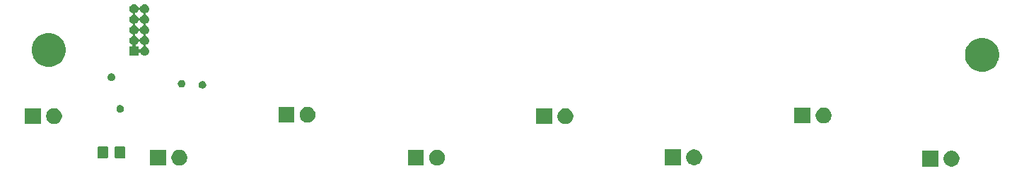
<source format=gbr>
G04 #@! TF.GenerationSoftware,KiCad,Pcbnew,(5.1.2)-2*
G04 #@! TF.CreationDate,2021-01-17T20:54:38+05:30*
G04 #@! TF.ProjectId,VendSensor,56656e64-5365-46e7-936f-722e6b696361,rev?*
G04 #@! TF.SameCoordinates,Original*
G04 #@! TF.FileFunction,Soldermask,Top*
G04 #@! TF.FilePolarity,Negative*
%FSLAX46Y46*%
G04 Gerber Fmt 4.6, Leading zero omitted, Abs format (unit mm)*
G04 Created by KiCad (PCBNEW (5.1.2)-2) date 2021-01-17 20:54:38*
%MOMM*%
%LPD*%
G04 APERTURE LIST*
%ADD10C,0.100000*%
G04 APERTURE END LIST*
D10*
G36*
X160361000Y-57051000D02*
G01*
X158459000Y-57051000D01*
X158459000Y-55149000D01*
X160361000Y-55149000D01*
X160361000Y-57051000D01*
X160361000Y-57051000D01*
G37*
G36*
X162227395Y-55185546D02*
G01*
X162400466Y-55257234D01*
X162400467Y-55257235D01*
X162556227Y-55361310D01*
X162688690Y-55493773D01*
X162741081Y-55572182D01*
X162792766Y-55649534D01*
X162864454Y-55822605D01*
X162901000Y-56006333D01*
X162901000Y-56193667D01*
X162864454Y-56377395D01*
X162792766Y-56550466D01*
X162768871Y-56586227D01*
X162688690Y-56706227D01*
X162556227Y-56838690D01*
X162532636Y-56854453D01*
X162400466Y-56942766D01*
X162227395Y-57014454D01*
X162043667Y-57051000D01*
X161856333Y-57051000D01*
X161672605Y-57014454D01*
X161499534Y-56942766D01*
X161367364Y-56854453D01*
X161343773Y-56838690D01*
X161211310Y-56706227D01*
X161131129Y-56586227D01*
X161107234Y-56550466D01*
X161035546Y-56377395D01*
X160999000Y-56193667D01*
X160999000Y-56006333D01*
X161035546Y-55822605D01*
X161107234Y-55649534D01*
X161158919Y-55572182D01*
X161211310Y-55493773D01*
X161343773Y-55361310D01*
X161499533Y-55257235D01*
X161499534Y-55257234D01*
X161672605Y-55185546D01*
X161856333Y-55149000D01*
X162043667Y-55149000D01*
X162227395Y-55185546D01*
X162227395Y-55185546D01*
G37*
G36*
X98771000Y-56931000D02*
G01*
X96869000Y-56931000D01*
X96869000Y-55029000D01*
X98771000Y-55029000D01*
X98771000Y-56931000D01*
X98771000Y-56931000D01*
G37*
G36*
X100637395Y-55065546D02*
G01*
X100810466Y-55137234D01*
X100810467Y-55137235D01*
X100966227Y-55241310D01*
X101098690Y-55373773D01*
X101098691Y-55373775D01*
X101202766Y-55529534D01*
X101274454Y-55702605D01*
X101311000Y-55886333D01*
X101311000Y-56073667D01*
X101274454Y-56257395D01*
X101202766Y-56430466D01*
X101202765Y-56430467D01*
X101098690Y-56586227D01*
X100966227Y-56718690D01*
X100887818Y-56771081D01*
X100810466Y-56822766D01*
X100637395Y-56894454D01*
X100453667Y-56931000D01*
X100266333Y-56931000D01*
X100082605Y-56894454D01*
X99909534Y-56822766D01*
X99832182Y-56771081D01*
X99753773Y-56718690D01*
X99621310Y-56586227D01*
X99517235Y-56430467D01*
X99517234Y-56430466D01*
X99445546Y-56257395D01*
X99409000Y-56073667D01*
X99409000Y-55886333D01*
X99445546Y-55702605D01*
X99517234Y-55529534D01*
X99621309Y-55373775D01*
X99621310Y-55373773D01*
X99753773Y-55241310D01*
X99909533Y-55137235D01*
X99909534Y-55137234D01*
X100082605Y-55065546D01*
X100266333Y-55029000D01*
X100453667Y-55029000D01*
X100637395Y-55065546D01*
X100637395Y-55065546D01*
G37*
G36*
X69787395Y-55055546D02*
G01*
X69960466Y-55127234D01*
X69993041Y-55149000D01*
X70116227Y-55231310D01*
X70248690Y-55363773D01*
X70255373Y-55373775D01*
X70352766Y-55519534D01*
X70424454Y-55692605D01*
X70461000Y-55876333D01*
X70461000Y-56063667D01*
X70424454Y-56247395D01*
X70352766Y-56420466D01*
X70301081Y-56497818D01*
X70248690Y-56576227D01*
X70116227Y-56708690D01*
X70101259Y-56718691D01*
X69960466Y-56812766D01*
X69787395Y-56884454D01*
X69603667Y-56921000D01*
X69416333Y-56921000D01*
X69232605Y-56884454D01*
X69059534Y-56812766D01*
X68918741Y-56718691D01*
X68903773Y-56708690D01*
X68771310Y-56576227D01*
X68718919Y-56497818D01*
X68667234Y-56420466D01*
X68595546Y-56247395D01*
X68559000Y-56063667D01*
X68559000Y-55876333D01*
X68595546Y-55692605D01*
X68667234Y-55519534D01*
X68764627Y-55373775D01*
X68771310Y-55363773D01*
X68903773Y-55231310D01*
X69026959Y-55149000D01*
X69059534Y-55127234D01*
X69232605Y-55055546D01*
X69416333Y-55019000D01*
X69603667Y-55019000D01*
X69787395Y-55055546D01*
X69787395Y-55055546D01*
G37*
G36*
X67921000Y-56921000D02*
G01*
X66019000Y-56921000D01*
X66019000Y-55019000D01*
X67921000Y-55019000D01*
X67921000Y-56921000D01*
X67921000Y-56921000D01*
G37*
G36*
X129541000Y-56891000D02*
G01*
X127639000Y-56891000D01*
X127639000Y-54989000D01*
X129541000Y-54989000D01*
X129541000Y-56891000D01*
X129541000Y-56891000D01*
G37*
G36*
X131407395Y-55025546D02*
G01*
X131580466Y-55097234D01*
X131640330Y-55137234D01*
X131736227Y-55201310D01*
X131868690Y-55333773D01*
X131895417Y-55373773D01*
X131972766Y-55489534D01*
X132044454Y-55662605D01*
X132081000Y-55846333D01*
X132081000Y-56033667D01*
X132044454Y-56217395D01*
X131972766Y-56390466D01*
X131952720Y-56420467D01*
X131868690Y-56546227D01*
X131736227Y-56678690D01*
X131691327Y-56708691D01*
X131580466Y-56782766D01*
X131407395Y-56854454D01*
X131223667Y-56891000D01*
X131036333Y-56891000D01*
X130852605Y-56854454D01*
X130679534Y-56782766D01*
X130568673Y-56708691D01*
X130523773Y-56678690D01*
X130391310Y-56546227D01*
X130307280Y-56420467D01*
X130287234Y-56390466D01*
X130215546Y-56217395D01*
X130179000Y-56033667D01*
X130179000Y-55846333D01*
X130215546Y-55662605D01*
X130287234Y-55489534D01*
X130364583Y-55373773D01*
X130391310Y-55333773D01*
X130523773Y-55201310D01*
X130619670Y-55137234D01*
X130679534Y-55097234D01*
X130852605Y-55025546D01*
X131036333Y-54989000D01*
X131223667Y-54989000D01*
X131407395Y-55025546D01*
X131407395Y-55025546D01*
G37*
G36*
X60808674Y-54603465D02*
G01*
X60846367Y-54614899D01*
X60881103Y-54633466D01*
X60911548Y-54658452D01*
X60936534Y-54688897D01*
X60955101Y-54723633D01*
X60966535Y-54761326D01*
X60971000Y-54806661D01*
X60971000Y-55893339D01*
X60966535Y-55938674D01*
X60955101Y-55976367D01*
X60936534Y-56011103D01*
X60911548Y-56041548D01*
X60881103Y-56066534D01*
X60846367Y-56085101D01*
X60808674Y-56096535D01*
X60763339Y-56101000D01*
X59926661Y-56101000D01*
X59881326Y-56096535D01*
X59843633Y-56085101D01*
X59808897Y-56066534D01*
X59778452Y-56041548D01*
X59753466Y-56011103D01*
X59734899Y-55976367D01*
X59723465Y-55938674D01*
X59719000Y-55893339D01*
X59719000Y-54806661D01*
X59723465Y-54761326D01*
X59734899Y-54723633D01*
X59753466Y-54688897D01*
X59778452Y-54658452D01*
X59808897Y-54633466D01*
X59843633Y-54614899D01*
X59881326Y-54603465D01*
X59926661Y-54599000D01*
X60763339Y-54599000D01*
X60808674Y-54603465D01*
X60808674Y-54603465D01*
G37*
G36*
X62858674Y-54603465D02*
G01*
X62896367Y-54614899D01*
X62931103Y-54633466D01*
X62961548Y-54658452D01*
X62986534Y-54688897D01*
X63005101Y-54723633D01*
X63016535Y-54761326D01*
X63021000Y-54806661D01*
X63021000Y-55893339D01*
X63016535Y-55938674D01*
X63005101Y-55976367D01*
X62986534Y-56011103D01*
X62961548Y-56041548D01*
X62931103Y-56066534D01*
X62896367Y-56085101D01*
X62858674Y-56096535D01*
X62813339Y-56101000D01*
X61976661Y-56101000D01*
X61931326Y-56096535D01*
X61893633Y-56085101D01*
X61858897Y-56066534D01*
X61828452Y-56041548D01*
X61803466Y-56011103D01*
X61784899Y-55976367D01*
X61773465Y-55938674D01*
X61769000Y-55893339D01*
X61769000Y-54806661D01*
X61773465Y-54761326D01*
X61784899Y-54723633D01*
X61803466Y-54688897D01*
X61828452Y-54658452D01*
X61858897Y-54633466D01*
X61893633Y-54614899D01*
X61931326Y-54603465D01*
X61976661Y-54599000D01*
X62813339Y-54599000D01*
X62858674Y-54603465D01*
X62858674Y-54603465D01*
G37*
G36*
X114131000Y-51961000D02*
G01*
X112229000Y-51961000D01*
X112229000Y-50059000D01*
X114131000Y-50059000D01*
X114131000Y-51961000D01*
X114131000Y-51961000D01*
G37*
G36*
X115997395Y-50095546D02*
G01*
X116170466Y-50167234D01*
X116191532Y-50181310D01*
X116326227Y-50271310D01*
X116458690Y-50403773D01*
X116458691Y-50403775D01*
X116562766Y-50559534D01*
X116634454Y-50732605D01*
X116671000Y-50916333D01*
X116671000Y-51103667D01*
X116634454Y-51287395D01*
X116562766Y-51460466D01*
X116562765Y-51460467D01*
X116458690Y-51616227D01*
X116326227Y-51748690D01*
X116277871Y-51781000D01*
X116170466Y-51852766D01*
X115997395Y-51924454D01*
X115813667Y-51961000D01*
X115626333Y-51961000D01*
X115442605Y-51924454D01*
X115269534Y-51852766D01*
X115162129Y-51781000D01*
X115113773Y-51748690D01*
X114981310Y-51616227D01*
X114877235Y-51460467D01*
X114877234Y-51460466D01*
X114805546Y-51287395D01*
X114769000Y-51103667D01*
X114769000Y-50916333D01*
X114805546Y-50732605D01*
X114877234Y-50559534D01*
X114981309Y-50403775D01*
X114981310Y-50403773D01*
X115113773Y-50271310D01*
X115248468Y-50181310D01*
X115269534Y-50167234D01*
X115442605Y-50095546D01*
X115626333Y-50059000D01*
X115813667Y-50059000D01*
X115997395Y-50095546D01*
X115997395Y-50095546D01*
G37*
G36*
X54777395Y-50055546D02*
G01*
X54950466Y-50127234D01*
X54961222Y-50134421D01*
X55106227Y-50231310D01*
X55238690Y-50363773D01*
X55247859Y-50377496D01*
X55342766Y-50519534D01*
X55414454Y-50692605D01*
X55451000Y-50876333D01*
X55451000Y-51063667D01*
X55414454Y-51247395D01*
X55342766Y-51420466D01*
X55342765Y-51420467D01*
X55238690Y-51576227D01*
X55106227Y-51708690D01*
X55052702Y-51744454D01*
X54950466Y-51812766D01*
X54777395Y-51884454D01*
X54593667Y-51921000D01*
X54406333Y-51921000D01*
X54222605Y-51884454D01*
X54049534Y-51812766D01*
X53947298Y-51744454D01*
X53893773Y-51708690D01*
X53761310Y-51576227D01*
X53657235Y-51420467D01*
X53657234Y-51420466D01*
X53585546Y-51247395D01*
X53549000Y-51063667D01*
X53549000Y-50876333D01*
X53585546Y-50692605D01*
X53657234Y-50519534D01*
X53752141Y-50377496D01*
X53761310Y-50363773D01*
X53893773Y-50231310D01*
X54038778Y-50134421D01*
X54049534Y-50127234D01*
X54222605Y-50055546D01*
X54406333Y-50019000D01*
X54593667Y-50019000D01*
X54777395Y-50055546D01*
X54777395Y-50055546D01*
G37*
G36*
X52911000Y-51921000D02*
G01*
X51009000Y-51921000D01*
X51009000Y-50019000D01*
X52911000Y-50019000D01*
X52911000Y-51921000D01*
X52911000Y-51921000D01*
G37*
G36*
X146927395Y-50005546D02*
G01*
X147100466Y-50077234D01*
X147127873Y-50095547D01*
X147256227Y-50181310D01*
X147388690Y-50313773D01*
X147388691Y-50313775D01*
X147492766Y-50469534D01*
X147564454Y-50642605D01*
X147601000Y-50826333D01*
X147601000Y-51013667D01*
X147564454Y-51197395D01*
X147492766Y-51370466D01*
X147492765Y-51370467D01*
X147388690Y-51526227D01*
X147256227Y-51658690D01*
X147181396Y-51708690D01*
X147100466Y-51762766D01*
X146927395Y-51834454D01*
X146743667Y-51871000D01*
X146556333Y-51871000D01*
X146372605Y-51834454D01*
X146199534Y-51762766D01*
X146118604Y-51708690D01*
X146043773Y-51658690D01*
X145911310Y-51526227D01*
X145807235Y-51370467D01*
X145807234Y-51370466D01*
X145735546Y-51197395D01*
X145699000Y-51013667D01*
X145699000Y-50826333D01*
X145735546Y-50642605D01*
X145807234Y-50469534D01*
X145911309Y-50313775D01*
X145911310Y-50313773D01*
X146043773Y-50181310D01*
X146172127Y-50095547D01*
X146199534Y-50077234D01*
X146372605Y-50005546D01*
X146556333Y-49969000D01*
X146743667Y-49969000D01*
X146927395Y-50005546D01*
X146927395Y-50005546D01*
G37*
G36*
X145061000Y-51871000D02*
G01*
X143159000Y-51871000D01*
X143159000Y-49969000D01*
X145061000Y-49969000D01*
X145061000Y-51871000D01*
X145061000Y-51871000D01*
G37*
G36*
X85127395Y-49915546D02*
G01*
X85300466Y-49987234D01*
X85327873Y-50005547D01*
X85456227Y-50091310D01*
X85588690Y-50223773D01*
X85588691Y-50223775D01*
X85692766Y-50379534D01*
X85764454Y-50552605D01*
X85801000Y-50736333D01*
X85801000Y-50923667D01*
X85764454Y-51107395D01*
X85692766Y-51280466D01*
X85641081Y-51357818D01*
X85588690Y-51436227D01*
X85456227Y-51568690D01*
X85377818Y-51621081D01*
X85300466Y-51672766D01*
X85127395Y-51744454D01*
X84943667Y-51781000D01*
X84756333Y-51781000D01*
X84572605Y-51744454D01*
X84399534Y-51672766D01*
X84322182Y-51621081D01*
X84243773Y-51568690D01*
X84111310Y-51436227D01*
X84058919Y-51357818D01*
X84007234Y-51280466D01*
X83935546Y-51107395D01*
X83899000Y-50923667D01*
X83899000Y-50736333D01*
X83935546Y-50552605D01*
X84007234Y-50379534D01*
X84111309Y-50223775D01*
X84111310Y-50223773D01*
X84243773Y-50091310D01*
X84372127Y-50005547D01*
X84399534Y-49987234D01*
X84572605Y-49915546D01*
X84756333Y-49879000D01*
X84943667Y-49879000D01*
X85127395Y-49915546D01*
X85127395Y-49915546D01*
G37*
G36*
X83261000Y-51781000D02*
G01*
X81359000Y-51781000D01*
X81359000Y-49879000D01*
X83261000Y-49879000D01*
X83261000Y-51781000D01*
X83261000Y-51781000D01*
G37*
G36*
X62551552Y-49656331D02*
G01*
X62633627Y-49690328D01*
X62633629Y-49690329D01*
X62670813Y-49715175D01*
X62707495Y-49739685D01*
X62770315Y-49802505D01*
X62819672Y-49876373D01*
X62853669Y-49958448D01*
X62871000Y-50045579D01*
X62871000Y-50134421D01*
X62853669Y-50221552D01*
X62833058Y-50271310D01*
X62819671Y-50303629D01*
X62770314Y-50377496D01*
X62707496Y-50440314D01*
X62633629Y-50489671D01*
X62633628Y-50489672D01*
X62633627Y-50489672D01*
X62551552Y-50523669D01*
X62464421Y-50541000D01*
X62375579Y-50541000D01*
X62288448Y-50523669D01*
X62206373Y-50489672D01*
X62206372Y-50489672D01*
X62206371Y-50489671D01*
X62132504Y-50440314D01*
X62069686Y-50377496D01*
X62020329Y-50303629D01*
X62006942Y-50271310D01*
X61986331Y-50221552D01*
X61969000Y-50134421D01*
X61969000Y-50045579D01*
X61986331Y-49958448D01*
X62020328Y-49876373D01*
X62069685Y-49802505D01*
X62132505Y-49739685D01*
X62169187Y-49715175D01*
X62206371Y-49690329D01*
X62206373Y-49690328D01*
X62288448Y-49656331D01*
X62375579Y-49639000D01*
X62464421Y-49639000D01*
X62551552Y-49656331D01*
X62551552Y-49656331D01*
G37*
G36*
X72401552Y-46776331D02*
G01*
X72483627Y-46810328D01*
X72483629Y-46810329D01*
X72520813Y-46835175D01*
X72557495Y-46859685D01*
X72620315Y-46922505D01*
X72669672Y-46996373D01*
X72703669Y-47078448D01*
X72721000Y-47165579D01*
X72721000Y-47254421D01*
X72703669Y-47341552D01*
X72690851Y-47372496D01*
X72669671Y-47423629D01*
X72620314Y-47497496D01*
X72557496Y-47560314D01*
X72483629Y-47609671D01*
X72483628Y-47609672D01*
X72483627Y-47609672D01*
X72401552Y-47643669D01*
X72314421Y-47661000D01*
X72225579Y-47661000D01*
X72138448Y-47643669D01*
X72056373Y-47609672D01*
X72056372Y-47609672D01*
X72056371Y-47609671D01*
X71982504Y-47560314D01*
X71919686Y-47497496D01*
X71870329Y-47423629D01*
X71849149Y-47372496D01*
X71836331Y-47341552D01*
X71819000Y-47254421D01*
X71819000Y-47165579D01*
X71836331Y-47078448D01*
X71870328Y-46996373D01*
X71919685Y-46922505D01*
X71982505Y-46859685D01*
X72019187Y-46835175D01*
X72056371Y-46810329D01*
X72056373Y-46810328D01*
X72138448Y-46776331D01*
X72225579Y-46759000D01*
X72314421Y-46759000D01*
X72401552Y-46776331D01*
X72401552Y-46776331D01*
G37*
G36*
X69906552Y-46651331D02*
G01*
X69988627Y-46685328D01*
X69988629Y-46685329D01*
X70025813Y-46710175D01*
X70060973Y-46733668D01*
X70062496Y-46734686D01*
X70125314Y-46797504D01*
X70166863Y-46859685D01*
X70174672Y-46871373D01*
X70208669Y-46953448D01*
X70226000Y-47040579D01*
X70226000Y-47129421D01*
X70208669Y-47216552D01*
X70174672Y-47298627D01*
X70174671Y-47298629D01*
X70125314Y-47372496D01*
X70062496Y-47435314D01*
X69988629Y-47484671D01*
X69988628Y-47484672D01*
X69988627Y-47484672D01*
X69906552Y-47518669D01*
X69819421Y-47536000D01*
X69730579Y-47536000D01*
X69643448Y-47518669D01*
X69561373Y-47484672D01*
X69561372Y-47484672D01*
X69561371Y-47484671D01*
X69487504Y-47435314D01*
X69424686Y-47372496D01*
X69375329Y-47298629D01*
X69375328Y-47298627D01*
X69341331Y-47216552D01*
X69324000Y-47129421D01*
X69324000Y-47040579D01*
X69341331Y-46953448D01*
X69375328Y-46871373D01*
X69383138Y-46859685D01*
X69424686Y-46797504D01*
X69487504Y-46734686D01*
X69489028Y-46733668D01*
X69524187Y-46710175D01*
X69561371Y-46685329D01*
X69561373Y-46685328D01*
X69643448Y-46651331D01*
X69730579Y-46634000D01*
X69819421Y-46634000D01*
X69906552Y-46651331D01*
X69906552Y-46651331D01*
G37*
G36*
X61501552Y-45866331D02*
G01*
X61583627Y-45900328D01*
X61583629Y-45900329D01*
X61620813Y-45925175D01*
X61657495Y-45949685D01*
X61720315Y-46012505D01*
X61769672Y-46086373D01*
X61803669Y-46168448D01*
X61821000Y-46255579D01*
X61821000Y-46344421D01*
X61803669Y-46431552D01*
X61769672Y-46513627D01*
X61720315Y-46587495D01*
X61657495Y-46650315D01*
X61620813Y-46674825D01*
X61583629Y-46699671D01*
X61583628Y-46699672D01*
X61583627Y-46699672D01*
X61501552Y-46733669D01*
X61414421Y-46751000D01*
X61325579Y-46751000D01*
X61238448Y-46733669D01*
X61156373Y-46699672D01*
X61156372Y-46699672D01*
X61156371Y-46699671D01*
X61119187Y-46674825D01*
X61082505Y-46650315D01*
X61019685Y-46587495D01*
X60970328Y-46513627D01*
X60936331Y-46431552D01*
X60919000Y-46344421D01*
X60919000Y-46255579D01*
X60936331Y-46168448D01*
X60970328Y-46086373D01*
X61019685Y-46012505D01*
X61082505Y-45949685D01*
X61119187Y-45925175D01*
X61156371Y-45900329D01*
X61156373Y-45900328D01*
X61238448Y-45866331D01*
X61325579Y-45849000D01*
X61414421Y-45849000D01*
X61501552Y-45866331D01*
X61501552Y-45866331D01*
G37*
G36*
X166218254Y-41647818D02*
G01*
X166591511Y-41802426D01*
X166591513Y-41802427D01*
X166927436Y-42026884D01*
X167213116Y-42312564D01*
X167421624Y-42624617D01*
X167437574Y-42648489D01*
X167592182Y-43021746D01*
X167671000Y-43417993D01*
X167671000Y-43822007D01*
X167592182Y-44218254D01*
X167542815Y-44337436D01*
X167437573Y-44591513D01*
X167213116Y-44927436D01*
X166927436Y-45213116D01*
X166591513Y-45437573D01*
X166591512Y-45437574D01*
X166591511Y-45437574D01*
X166218254Y-45592182D01*
X165822007Y-45671000D01*
X165417993Y-45671000D01*
X165021746Y-45592182D01*
X164648489Y-45437574D01*
X164648488Y-45437574D01*
X164648487Y-45437573D01*
X164312564Y-45213116D01*
X164026884Y-44927436D01*
X163802427Y-44591513D01*
X163697185Y-44337436D01*
X163647818Y-44218254D01*
X163569000Y-43822007D01*
X163569000Y-43417993D01*
X163647818Y-43021746D01*
X163802426Y-42648489D01*
X163818377Y-42624617D01*
X164026884Y-42312564D01*
X164312564Y-42026884D01*
X164648487Y-41802427D01*
X164648489Y-41802426D01*
X165021746Y-41647818D01*
X165417993Y-41569000D01*
X165822007Y-41569000D01*
X166218254Y-41647818D01*
X166218254Y-41647818D01*
G37*
G36*
X54468254Y-41057818D02*
G01*
X54841511Y-41212426D01*
X54841513Y-41212427D01*
X55177436Y-41436884D01*
X55463116Y-41722564D01*
X55679566Y-42046503D01*
X55687574Y-42058489D01*
X55842182Y-42431746D01*
X55921000Y-42827993D01*
X55921000Y-43232007D01*
X55842182Y-43628254D01*
X55761927Y-43822006D01*
X55687573Y-44001513D01*
X55463116Y-44337436D01*
X55177436Y-44623116D01*
X54841513Y-44847573D01*
X54841512Y-44847574D01*
X54841511Y-44847574D01*
X54468254Y-45002182D01*
X54072007Y-45081000D01*
X53667993Y-45081000D01*
X53271746Y-45002182D01*
X52898489Y-44847574D01*
X52898488Y-44847574D01*
X52898487Y-44847573D01*
X52562564Y-44623116D01*
X52276884Y-44337436D01*
X52052427Y-44001513D01*
X51978073Y-43822006D01*
X51897818Y-43628254D01*
X51819000Y-43232007D01*
X51819000Y-42827993D01*
X51897818Y-42431746D01*
X52052426Y-42058489D01*
X52060435Y-42046503D01*
X52276884Y-41722564D01*
X52562564Y-41436884D01*
X52898487Y-41212427D01*
X52898489Y-41212426D01*
X53271746Y-41057818D01*
X53667993Y-40979000D01*
X54072007Y-40979000D01*
X54468254Y-41057818D01*
X54468254Y-41057818D01*
G37*
G36*
X64178015Y-37516973D02*
G01*
X64281879Y-37548479D01*
X64309055Y-37563005D01*
X64377600Y-37599643D01*
X64461501Y-37668499D01*
X64530357Y-37752400D01*
X64566995Y-37820945D01*
X64581521Y-37848121D01*
X64585388Y-37860869D01*
X64594760Y-37883496D01*
X64608374Y-37903870D01*
X64625701Y-37921197D01*
X64646075Y-37934811D01*
X64668714Y-37944188D01*
X64692747Y-37948969D01*
X64717251Y-37948969D01*
X64741285Y-37944189D01*
X64763924Y-37934812D01*
X64784298Y-37921198D01*
X64801625Y-37903871D01*
X64815239Y-37883497D01*
X64824612Y-37860869D01*
X64828479Y-37848121D01*
X64843005Y-37820945D01*
X64879643Y-37752400D01*
X64948499Y-37668499D01*
X65032400Y-37599643D01*
X65100945Y-37563005D01*
X65128121Y-37548479D01*
X65231985Y-37516973D01*
X65312933Y-37509000D01*
X65367067Y-37509000D01*
X65448015Y-37516973D01*
X65551879Y-37548479D01*
X65579055Y-37563005D01*
X65647600Y-37599643D01*
X65731501Y-37668499D01*
X65800357Y-37752400D01*
X65836995Y-37820945D01*
X65851521Y-37848121D01*
X65883027Y-37951985D01*
X65893666Y-38060000D01*
X65883027Y-38168015D01*
X65851521Y-38271879D01*
X65851519Y-38271882D01*
X65800357Y-38367600D01*
X65731501Y-38451501D01*
X65647600Y-38520357D01*
X65579055Y-38556995D01*
X65551879Y-38571521D01*
X65539131Y-38575388D01*
X65516504Y-38584760D01*
X65496130Y-38598374D01*
X65478803Y-38615701D01*
X65465189Y-38636075D01*
X65455812Y-38658714D01*
X65451031Y-38682747D01*
X65451031Y-38707251D01*
X65455811Y-38731285D01*
X65465188Y-38753924D01*
X65478802Y-38774298D01*
X65496129Y-38791625D01*
X65516503Y-38805239D01*
X65539131Y-38814612D01*
X65551879Y-38818479D01*
X65579055Y-38833005D01*
X65647600Y-38869643D01*
X65731501Y-38938499D01*
X65800357Y-39022400D01*
X65836995Y-39090945D01*
X65851521Y-39118121D01*
X65883027Y-39221985D01*
X65893666Y-39330000D01*
X65883027Y-39438015D01*
X65851521Y-39541879D01*
X65851519Y-39541882D01*
X65800357Y-39637600D01*
X65731501Y-39721501D01*
X65647600Y-39790357D01*
X65579055Y-39826995D01*
X65551879Y-39841521D01*
X65539131Y-39845388D01*
X65516504Y-39854760D01*
X65496130Y-39868374D01*
X65478803Y-39885701D01*
X65465189Y-39906075D01*
X65455812Y-39928714D01*
X65451031Y-39952747D01*
X65451031Y-39977251D01*
X65455811Y-40001285D01*
X65465188Y-40023924D01*
X65478802Y-40044298D01*
X65496129Y-40061625D01*
X65516503Y-40075239D01*
X65539131Y-40084612D01*
X65551879Y-40088479D01*
X65579055Y-40103005D01*
X65647600Y-40139643D01*
X65731501Y-40208499D01*
X65800357Y-40292400D01*
X65836995Y-40360945D01*
X65851521Y-40388121D01*
X65883027Y-40491985D01*
X65893666Y-40600000D01*
X65883027Y-40708015D01*
X65851521Y-40811879D01*
X65851519Y-40811882D01*
X65800357Y-40907600D01*
X65731501Y-40991501D01*
X65647600Y-41060357D01*
X65579055Y-41096995D01*
X65551879Y-41111521D01*
X65539131Y-41115388D01*
X65516504Y-41124760D01*
X65496130Y-41138374D01*
X65478803Y-41155701D01*
X65465189Y-41176075D01*
X65455812Y-41198714D01*
X65451031Y-41222747D01*
X65451031Y-41247251D01*
X65455811Y-41271285D01*
X65465188Y-41293924D01*
X65478802Y-41314298D01*
X65496129Y-41331625D01*
X65516503Y-41345239D01*
X65539131Y-41354612D01*
X65551879Y-41358479D01*
X65579055Y-41373005D01*
X65647600Y-41409643D01*
X65731501Y-41478499D01*
X65800357Y-41562400D01*
X65836995Y-41630945D01*
X65851521Y-41658121D01*
X65883027Y-41761985D01*
X65893666Y-41870000D01*
X65883027Y-41978015D01*
X65851521Y-42081879D01*
X65851519Y-42081882D01*
X65800357Y-42177600D01*
X65731501Y-42261501D01*
X65647600Y-42330357D01*
X65592014Y-42360068D01*
X65551879Y-42381521D01*
X65539131Y-42385388D01*
X65516504Y-42394760D01*
X65496130Y-42408374D01*
X65478803Y-42425701D01*
X65465189Y-42446075D01*
X65455812Y-42468714D01*
X65451031Y-42492747D01*
X65451031Y-42517251D01*
X65455811Y-42541285D01*
X65465188Y-42563924D01*
X65478802Y-42584298D01*
X65496129Y-42601625D01*
X65516503Y-42615239D01*
X65539131Y-42624612D01*
X65551879Y-42628479D01*
X65579055Y-42643005D01*
X65647600Y-42679643D01*
X65731501Y-42748499D01*
X65800357Y-42832400D01*
X65836995Y-42900945D01*
X65851521Y-42928121D01*
X65883027Y-43031985D01*
X65893666Y-43140000D01*
X65883027Y-43248015D01*
X65851521Y-43351879D01*
X65851191Y-43352496D01*
X65800357Y-43447600D01*
X65731501Y-43531501D01*
X65647600Y-43600357D01*
X65595408Y-43628254D01*
X65551879Y-43651521D01*
X65448015Y-43683027D01*
X65367067Y-43691000D01*
X65312933Y-43691000D01*
X65231985Y-43683027D01*
X65128121Y-43651521D01*
X65084592Y-43628254D01*
X65032400Y-43600357D01*
X64948499Y-43531501D01*
X64879645Y-43447601D01*
X64879644Y-43447600D01*
X64856236Y-43403807D01*
X64842625Y-43383437D01*
X64825298Y-43366110D01*
X64804924Y-43352496D01*
X64782285Y-43343119D01*
X64758252Y-43338338D01*
X64733748Y-43338338D01*
X64709714Y-43343118D01*
X64687076Y-43352495D01*
X64666701Y-43366109D01*
X64649374Y-43383436D01*
X64635760Y-43403810D01*
X64626383Y-43426449D01*
X64621602Y-43450482D01*
X64621000Y-43462735D01*
X64621000Y-43691000D01*
X63519000Y-43691000D01*
X63519000Y-42589000D01*
X63747265Y-42589000D01*
X63771651Y-42586598D01*
X63795100Y-42579485D01*
X63816711Y-42567934D01*
X63835653Y-42552389D01*
X63851198Y-42533447D01*
X63862749Y-42511836D01*
X63869862Y-42488387D01*
X63872264Y-42464001D01*
X63871058Y-42451748D01*
X64268338Y-42451748D01*
X64268338Y-42476252D01*
X64273118Y-42500286D01*
X64282495Y-42522924D01*
X64296109Y-42543299D01*
X64313436Y-42560626D01*
X64333810Y-42574240D01*
X64356449Y-42583617D01*
X64380482Y-42588398D01*
X64392735Y-42589000D01*
X64621000Y-42589000D01*
X64621000Y-42817265D01*
X64623402Y-42841651D01*
X64630515Y-42865100D01*
X64642066Y-42886711D01*
X64657611Y-42905653D01*
X64676553Y-42921198D01*
X64698164Y-42932749D01*
X64721613Y-42939862D01*
X64745999Y-42942264D01*
X64770385Y-42939862D01*
X64793834Y-42932749D01*
X64815445Y-42921198D01*
X64834387Y-42905653D01*
X64849932Y-42886711D01*
X64856233Y-42876198D01*
X64879644Y-42832400D01*
X64948499Y-42748499D01*
X65032400Y-42679643D01*
X65100945Y-42643005D01*
X65128121Y-42628479D01*
X65140869Y-42624612D01*
X65163496Y-42615240D01*
X65183870Y-42601626D01*
X65201197Y-42584299D01*
X65214811Y-42563925D01*
X65224188Y-42541286D01*
X65228969Y-42517253D01*
X65228969Y-42492749D01*
X65224189Y-42468715D01*
X65214812Y-42446076D01*
X65201198Y-42425702D01*
X65183871Y-42408375D01*
X65163497Y-42394761D01*
X65140869Y-42385388D01*
X65128121Y-42381521D01*
X65087986Y-42360068D01*
X65032400Y-42330357D01*
X64948499Y-42261501D01*
X64879643Y-42177600D01*
X64828481Y-42081882D01*
X64828479Y-42081879D01*
X64824612Y-42069131D01*
X64815240Y-42046504D01*
X64801626Y-42026130D01*
X64784299Y-42008803D01*
X64763925Y-41995189D01*
X64741286Y-41985812D01*
X64717253Y-41981031D01*
X64692749Y-41981031D01*
X64668715Y-41985811D01*
X64646076Y-41995188D01*
X64625702Y-42008802D01*
X64608375Y-42026129D01*
X64594761Y-42046503D01*
X64585388Y-42069131D01*
X64581521Y-42081879D01*
X64581519Y-42081882D01*
X64530357Y-42177600D01*
X64461501Y-42261501D01*
X64377600Y-42330356D01*
X64333807Y-42353764D01*
X64313437Y-42367375D01*
X64296110Y-42384702D01*
X64282496Y-42405076D01*
X64273119Y-42427715D01*
X64268338Y-42451748D01*
X63871058Y-42451748D01*
X63869862Y-42439615D01*
X63862749Y-42416166D01*
X63851198Y-42394555D01*
X63835653Y-42375613D01*
X63816711Y-42360068D01*
X63806198Y-42353767D01*
X63762400Y-42330356D01*
X63678499Y-42261501D01*
X63609643Y-42177600D01*
X63558481Y-42081882D01*
X63558479Y-42081879D01*
X63526973Y-41978015D01*
X63516334Y-41870000D01*
X63526973Y-41761985D01*
X63558479Y-41658121D01*
X63573005Y-41630945D01*
X63609643Y-41562400D01*
X63678499Y-41478499D01*
X63762400Y-41409643D01*
X63830945Y-41373005D01*
X63858121Y-41358479D01*
X63870869Y-41354612D01*
X63893496Y-41345240D01*
X63913870Y-41331626D01*
X63931197Y-41314299D01*
X63944811Y-41293925D01*
X63954188Y-41271286D01*
X63958969Y-41247253D01*
X63958969Y-41222749D01*
X63958969Y-41222747D01*
X64181031Y-41222747D01*
X64181031Y-41247251D01*
X64185811Y-41271285D01*
X64195188Y-41293924D01*
X64208802Y-41314298D01*
X64226129Y-41331625D01*
X64246503Y-41345239D01*
X64269131Y-41354612D01*
X64281879Y-41358479D01*
X64309055Y-41373005D01*
X64377600Y-41409643D01*
X64461501Y-41478499D01*
X64530357Y-41562400D01*
X64566995Y-41630945D01*
X64581521Y-41658121D01*
X64585388Y-41670869D01*
X64594760Y-41693496D01*
X64608374Y-41713870D01*
X64625701Y-41731197D01*
X64646075Y-41744811D01*
X64668714Y-41754188D01*
X64692747Y-41758969D01*
X64717251Y-41758969D01*
X64741285Y-41754189D01*
X64763924Y-41744812D01*
X64784298Y-41731198D01*
X64801625Y-41713871D01*
X64815239Y-41693497D01*
X64824612Y-41670869D01*
X64828479Y-41658121D01*
X64843005Y-41630945D01*
X64879643Y-41562400D01*
X64948499Y-41478499D01*
X65032400Y-41409643D01*
X65100945Y-41373005D01*
X65128121Y-41358479D01*
X65140869Y-41354612D01*
X65163496Y-41345240D01*
X65183870Y-41331626D01*
X65201197Y-41314299D01*
X65214811Y-41293925D01*
X65224188Y-41271286D01*
X65228969Y-41247253D01*
X65228969Y-41222749D01*
X65224189Y-41198715D01*
X65214812Y-41176076D01*
X65201198Y-41155702D01*
X65183871Y-41138375D01*
X65163497Y-41124761D01*
X65140869Y-41115388D01*
X65128121Y-41111521D01*
X65100945Y-41096995D01*
X65032400Y-41060357D01*
X64948499Y-40991501D01*
X64879643Y-40907600D01*
X64828481Y-40811882D01*
X64828479Y-40811879D01*
X64824612Y-40799131D01*
X64815240Y-40776504D01*
X64801626Y-40756130D01*
X64784299Y-40738803D01*
X64763925Y-40725189D01*
X64741286Y-40715812D01*
X64717253Y-40711031D01*
X64692749Y-40711031D01*
X64668715Y-40715811D01*
X64646076Y-40725188D01*
X64625702Y-40738802D01*
X64608375Y-40756129D01*
X64594761Y-40776503D01*
X64585388Y-40799131D01*
X64581521Y-40811879D01*
X64581519Y-40811882D01*
X64530357Y-40907600D01*
X64461501Y-40991501D01*
X64377600Y-41060357D01*
X64309055Y-41096995D01*
X64281879Y-41111521D01*
X64269131Y-41115388D01*
X64246504Y-41124760D01*
X64226130Y-41138374D01*
X64208803Y-41155701D01*
X64195189Y-41176075D01*
X64185812Y-41198714D01*
X64181031Y-41222747D01*
X63958969Y-41222747D01*
X63954189Y-41198715D01*
X63944812Y-41176076D01*
X63931198Y-41155702D01*
X63913871Y-41138375D01*
X63893497Y-41124761D01*
X63870869Y-41115388D01*
X63858121Y-41111521D01*
X63830945Y-41096995D01*
X63762400Y-41060357D01*
X63678499Y-40991501D01*
X63609643Y-40907600D01*
X63558481Y-40811882D01*
X63558479Y-40811879D01*
X63526973Y-40708015D01*
X63516334Y-40600000D01*
X63526973Y-40491985D01*
X63558479Y-40388121D01*
X63573005Y-40360945D01*
X63609643Y-40292400D01*
X63678499Y-40208499D01*
X63762400Y-40139643D01*
X63830945Y-40103005D01*
X63858121Y-40088479D01*
X63870869Y-40084612D01*
X63893496Y-40075240D01*
X63913870Y-40061626D01*
X63931197Y-40044299D01*
X63944811Y-40023925D01*
X63954188Y-40001286D01*
X63958969Y-39977253D01*
X63958969Y-39952749D01*
X63958969Y-39952747D01*
X64181031Y-39952747D01*
X64181031Y-39977251D01*
X64185811Y-40001285D01*
X64195188Y-40023924D01*
X64208802Y-40044298D01*
X64226129Y-40061625D01*
X64246503Y-40075239D01*
X64269131Y-40084612D01*
X64281879Y-40088479D01*
X64309055Y-40103005D01*
X64377600Y-40139643D01*
X64461501Y-40208499D01*
X64530357Y-40292400D01*
X64566995Y-40360945D01*
X64581521Y-40388121D01*
X64585388Y-40400869D01*
X64594760Y-40423496D01*
X64608374Y-40443870D01*
X64625701Y-40461197D01*
X64646075Y-40474811D01*
X64668714Y-40484188D01*
X64692747Y-40488969D01*
X64717251Y-40488969D01*
X64741285Y-40484189D01*
X64763924Y-40474812D01*
X64784298Y-40461198D01*
X64801625Y-40443871D01*
X64815239Y-40423497D01*
X64824612Y-40400869D01*
X64828479Y-40388121D01*
X64843005Y-40360945D01*
X64879643Y-40292400D01*
X64948499Y-40208499D01*
X65032400Y-40139643D01*
X65100945Y-40103005D01*
X65128121Y-40088479D01*
X65140869Y-40084612D01*
X65163496Y-40075240D01*
X65183870Y-40061626D01*
X65201197Y-40044299D01*
X65214811Y-40023925D01*
X65224188Y-40001286D01*
X65228969Y-39977253D01*
X65228969Y-39952749D01*
X65224189Y-39928715D01*
X65214812Y-39906076D01*
X65201198Y-39885702D01*
X65183871Y-39868375D01*
X65163497Y-39854761D01*
X65140869Y-39845388D01*
X65128121Y-39841521D01*
X65100945Y-39826995D01*
X65032400Y-39790357D01*
X64948499Y-39721501D01*
X64879643Y-39637600D01*
X64828481Y-39541882D01*
X64828479Y-39541879D01*
X64824612Y-39529131D01*
X64815240Y-39506504D01*
X64801626Y-39486130D01*
X64784299Y-39468803D01*
X64763925Y-39455189D01*
X64741286Y-39445812D01*
X64717253Y-39441031D01*
X64692749Y-39441031D01*
X64668715Y-39445811D01*
X64646076Y-39455188D01*
X64625702Y-39468802D01*
X64608375Y-39486129D01*
X64594761Y-39506503D01*
X64585388Y-39529131D01*
X64581521Y-39541879D01*
X64581519Y-39541882D01*
X64530357Y-39637600D01*
X64461501Y-39721501D01*
X64377600Y-39790357D01*
X64309055Y-39826995D01*
X64281879Y-39841521D01*
X64269131Y-39845388D01*
X64246504Y-39854760D01*
X64226130Y-39868374D01*
X64208803Y-39885701D01*
X64195189Y-39906075D01*
X64185812Y-39928714D01*
X64181031Y-39952747D01*
X63958969Y-39952747D01*
X63954189Y-39928715D01*
X63944812Y-39906076D01*
X63931198Y-39885702D01*
X63913871Y-39868375D01*
X63893497Y-39854761D01*
X63870869Y-39845388D01*
X63858121Y-39841521D01*
X63830945Y-39826995D01*
X63762400Y-39790357D01*
X63678499Y-39721501D01*
X63609643Y-39637600D01*
X63558481Y-39541882D01*
X63558479Y-39541879D01*
X63526973Y-39438015D01*
X63516334Y-39330000D01*
X63526973Y-39221985D01*
X63558479Y-39118121D01*
X63573005Y-39090945D01*
X63609643Y-39022400D01*
X63678499Y-38938499D01*
X63762400Y-38869643D01*
X63830945Y-38833005D01*
X63858121Y-38818479D01*
X63870869Y-38814612D01*
X63893496Y-38805240D01*
X63913870Y-38791626D01*
X63931197Y-38774299D01*
X63944811Y-38753925D01*
X63954188Y-38731286D01*
X63958969Y-38707253D01*
X63958969Y-38682749D01*
X63958969Y-38682747D01*
X64181031Y-38682747D01*
X64181031Y-38707251D01*
X64185811Y-38731285D01*
X64195188Y-38753924D01*
X64208802Y-38774298D01*
X64226129Y-38791625D01*
X64246503Y-38805239D01*
X64269131Y-38814612D01*
X64281879Y-38818479D01*
X64309055Y-38833005D01*
X64377600Y-38869643D01*
X64461501Y-38938499D01*
X64530357Y-39022400D01*
X64566995Y-39090945D01*
X64581521Y-39118121D01*
X64585388Y-39130869D01*
X64594760Y-39153496D01*
X64608374Y-39173870D01*
X64625701Y-39191197D01*
X64646075Y-39204811D01*
X64668714Y-39214188D01*
X64692747Y-39218969D01*
X64717251Y-39218969D01*
X64741285Y-39214189D01*
X64763924Y-39204812D01*
X64784298Y-39191198D01*
X64801625Y-39173871D01*
X64815239Y-39153497D01*
X64824612Y-39130869D01*
X64828479Y-39118121D01*
X64843005Y-39090945D01*
X64879643Y-39022400D01*
X64948499Y-38938499D01*
X65032400Y-38869643D01*
X65100945Y-38833005D01*
X65128121Y-38818479D01*
X65140869Y-38814612D01*
X65163496Y-38805240D01*
X65183870Y-38791626D01*
X65201197Y-38774299D01*
X65214811Y-38753925D01*
X65224188Y-38731286D01*
X65228969Y-38707253D01*
X65228969Y-38682749D01*
X65224189Y-38658715D01*
X65214812Y-38636076D01*
X65201198Y-38615702D01*
X65183871Y-38598375D01*
X65163497Y-38584761D01*
X65140869Y-38575388D01*
X65128121Y-38571521D01*
X65100945Y-38556995D01*
X65032400Y-38520357D01*
X64948499Y-38451501D01*
X64879643Y-38367600D01*
X64828481Y-38271882D01*
X64828479Y-38271879D01*
X64824612Y-38259131D01*
X64815240Y-38236504D01*
X64801626Y-38216130D01*
X64784299Y-38198803D01*
X64763925Y-38185189D01*
X64741286Y-38175812D01*
X64717253Y-38171031D01*
X64692749Y-38171031D01*
X64668715Y-38175811D01*
X64646076Y-38185188D01*
X64625702Y-38198802D01*
X64608375Y-38216129D01*
X64594761Y-38236503D01*
X64585388Y-38259131D01*
X64581521Y-38271879D01*
X64581519Y-38271882D01*
X64530357Y-38367600D01*
X64461501Y-38451501D01*
X64377600Y-38520357D01*
X64309055Y-38556995D01*
X64281879Y-38571521D01*
X64269131Y-38575388D01*
X64246504Y-38584760D01*
X64226130Y-38598374D01*
X64208803Y-38615701D01*
X64195189Y-38636075D01*
X64185812Y-38658714D01*
X64181031Y-38682747D01*
X63958969Y-38682747D01*
X63954189Y-38658715D01*
X63944812Y-38636076D01*
X63931198Y-38615702D01*
X63913871Y-38598375D01*
X63893497Y-38584761D01*
X63870869Y-38575388D01*
X63858121Y-38571521D01*
X63830945Y-38556995D01*
X63762400Y-38520357D01*
X63678499Y-38451501D01*
X63609643Y-38367600D01*
X63558481Y-38271882D01*
X63558479Y-38271879D01*
X63526973Y-38168015D01*
X63516334Y-38060000D01*
X63526973Y-37951985D01*
X63558479Y-37848121D01*
X63573005Y-37820945D01*
X63609643Y-37752400D01*
X63678499Y-37668499D01*
X63762400Y-37599643D01*
X63830945Y-37563005D01*
X63858121Y-37548479D01*
X63961985Y-37516973D01*
X64042933Y-37509000D01*
X64097067Y-37509000D01*
X64178015Y-37516973D01*
X64178015Y-37516973D01*
G37*
M02*

</source>
